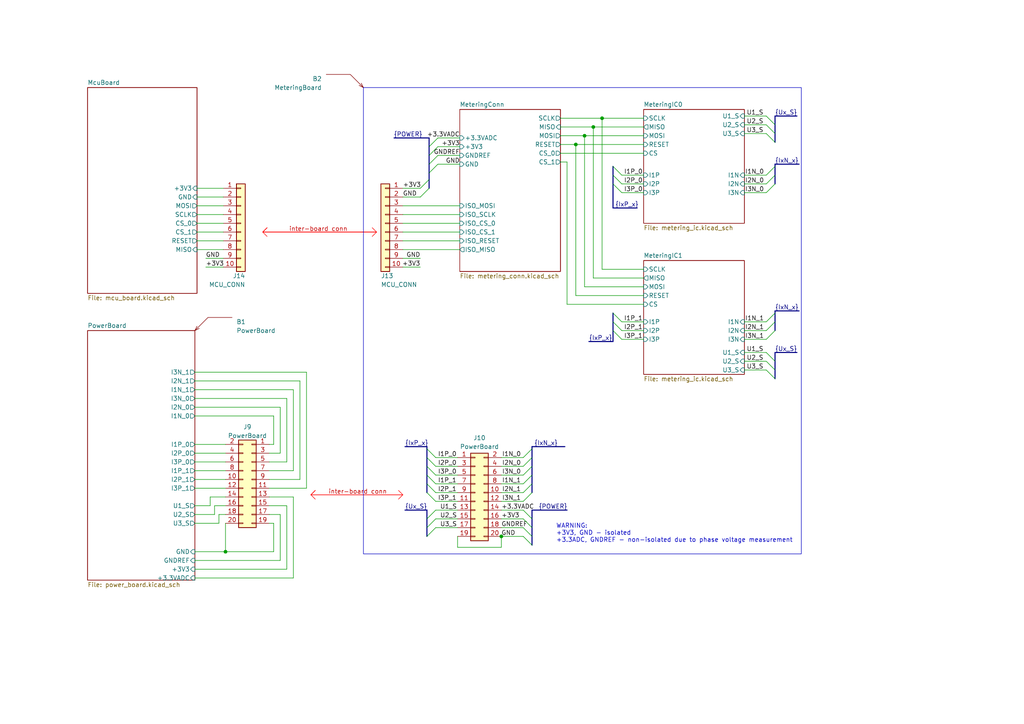
<source format=kicad_sch>
(kicad_sch (version 20230121) (generator eeschema)
  (paper "A4")
  (title_block (rev "${REVISION}"))
  (lib_symbols
    (symbol "Connector_Generic:Conn_01x10" (pin_names (offset 1.016) hide)
      (property "Reference" "J" (at 0 12.7 0))
      (property "Value" "Conn_01x10" (at 0 -15.24 0))
      (symbol "Conn_01x10_1_1"
        (rectangle (start -1.27 -12.573) (end 0 -12.827) (stroke (width 0.1524)))
        (rectangle (start -1.27 -10.033) (end 0 -10.287) (stroke (width 0.1524)))
        (rectangle (start -1.27 -7.493) (end 0 -7.747) (stroke (width 0.1524)))
        (rectangle (start -1.27 -4.953) (end 0 -5.207) (stroke (width 0.1524)))
        (rectangle (start -1.27 -2.413) (end 0 -2.667) (stroke (width 0.1524)))
        (rectangle (start -1.27 0.127) (end 0 -0.127) (stroke (width 0.1524)))
        (rectangle (start -1.27 2.667) (end 0 2.413) (stroke (width 0.1524)))
        (rectangle (start -1.27 5.207) (end 0 4.953) (stroke (width 0.1524)))
        (rectangle (start -1.27 7.747) (end 0 7.493) (stroke (width 0.1524)))
        (rectangle (start -1.27 10.287) (end 0 10.033) (stroke (width 0.1524)))
        (rectangle (start -1.27 11.43) (end 1.27 -13.97) (stroke (width 0.254)) (fill (type background)))
        (pin passive line (at -5.08 10.16 0) (length 3.81) (name "Pin_1") (number "1"))
        (pin passive line (at -5.08 -12.7 0) (length 3.81) (name "Pin_10") (number "10"))
        (pin passive line (at -5.08 7.62 0) (length 3.81) (name "Pin_2") (number "2"))
        (pin passive line (at -5.08 5.08 0) (length 3.81) (name "Pin_3") (number "3"))
        (pin passive line (at -5.08 2.54 0) (length 3.81) (name "Pin_4") (number "4"))
        (pin passive line (at -5.08 0 0) (length 3.81) (name "Pin_5") (number "5"))
        (pin passive line (at -5.08 -2.54 0) (length 3.81) (name "Pin_6") (number "6"))
        (pin passive line (at -5.08 -5.08 0) (length 3.81) (name "Pin_7") (number "7"))
        (pin passive line (at -5.08 -7.62 0) (length 3.81) (name "Pin_8") (number "8"))
        (pin passive line (at -5.08 -10.16 0) (length 3.81) (name "Pin_9") (number "9"))
      )
    )
    (symbol "Connector_Generic:Conn_02x10_Odd_Even" (pin_names (offset 1.016) hide)
      (property "Reference" "J" (at 1.27 12.7 0))
      (property "Value" "Conn_02x10_Odd_Even" (at 1.27 -15.24 0))
      (symbol "Conn_02x10_Odd_Even_1_1"
        (rectangle (start -1.27 -12.573) (end 0 -12.827) (stroke (width 0.1524)))
        (rectangle (start -1.27 -10.033) (end 0 -10.287) (stroke (width 0.1524)))
        (rectangle (start -1.27 -7.493) (end 0 -7.747) (stroke (width 0.1524)))
        (rectangle (start -1.27 -4.953) (end 0 -5.207) (stroke (width 0.1524)))
        (rectangle (start -1.27 -2.413) (end 0 -2.667) (stroke (width 0.1524)))
        (rectangle (start -1.27 0.127) (end 0 -0.127) (stroke (width 0.1524)))
        (rectangle (start -1.27 2.667) (end 0 2.413) (stroke (width 0.1524)))
        (rectangle (start -1.27 5.207) (end 0 4.953) (stroke (width 0.1524)))
        (rectangle (start -1.27 7.747) (end 0 7.493) (stroke (width 0.1524)))
        (rectangle (start -1.27 10.287) (end 0 10.033) (stroke (width 0.1524)))
        (rectangle (start -1.27 11.43) (end 3.81 -13.97) (stroke (width 0.254)) (fill (type background)))
        (rectangle (start 3.81 -12.573) (end 2.54 -12.827) (stroke (width 0.1524)))
        (rectangle (start 3.81 -10.033) (end 2.54 -10.287) (stroke (width 0.1524)))
        (rectangle (start 3.81 -7.493) (end 2.54 -7.747) (stroke (width 0.1524)))
        (rectangle (start 3.81 -4.953) (end 2.54 -5.207) (stroke (width 0.1524)))
        (rectangle (start 3.81 -2.413) (end 2.54 -2.667) (stroke (width 0.1524)))
        (rectangle (start 3.81 0.127) (end 2.54 -0.127) (stroke (width 0.1524)))
        (rectangle (start 3.81 2.667) (end 2.54 2.413) (stroke (width 0.1524)))
        (rectangle (start 3.81 5.207) (end 2.54 4.953) (stroke (width 0.1524)))
        (rectangle (start 3.81 7.747) (end 2.54 7.493) (stroke (width 0.1524)))
        (rectangle (start 3.81 10.287) (end 2.54 10.033) (stroke (width 0.1524)))
        (pin passive line (at -5.08 10.16 0) (length 3.81) (name "Pin_1") (number "1"))
        (pin passive line (at 7.62 0 180) (length 3.81) (name "Pin_10") (number "10"))
        (pin passive line (at -5.08 -2.54 0) (length 3.81) (name "Pin_11") (number "11"))
        (pin passive line (at 7.62 -2.54 180) (length 3.81) (name "Pin_12") (number "12"))
        (pin passive line (at -5.08 -5.08 0) (length 3.81) (name "Pin_13") (number "13"))
        (pin passive line (at 7.62 -5.08 180) (length 3.81) (name "Pin_14") (number "14"))
        (pin passive line (at -5.08 -7.62 0) (length 3.81) (name "Pin_15") (number "15"))
        (pin passive line (at 7.62 -7.62 180) (length 3.81) (name "Pin_16") (number "16"))
        (pin passive line (at -5.08 -10.16 0) (length 3.81) (name "Pin_17") (number "17"))
        (pin passive line (at 7.62 -10.16 180) (length 3.81) (name "Pin_18") (number "18"))
        (pin passive line (at -5.08 -12.7 0) (length 3.81) (name "Pin_19") (number "19"))
        (pin passive line (at 7.62 10.16 180) (length 3.81) (name "Pin_2") (number "2"))
        (pin passive line (at 7.62 -12.7 180) (length 3.81) (name "Pin_20") (number "20"))
        (pin passive line (at -5.08 7.62 0) (length 3.81) (name "Pin_3") (number "3"))
        (pin passive line (at 7.62 7.62 180) (length 3.81) (name "Pin_4") (number "4"))
        (pin passive line (at -5.08 5.08 0) (length 3.81) (name "Pin_5") (number "5"))
        (pin passive line (at 7.62 5.08 180) (length 3.81) (name "Pin_6") (number "6"))
        (pin passive line (at -5.08 2.54 0) (length 3.81) (name "Pin_7") (number "7"))
        (pin passive line (at 7.62 2.54 180) (length 3.81) (name "Pin_8") (number "8"))
        (pin passive line (at -5.08 0 0) (length 3.81) (name "Pin_9") (number "9"))
      )
    )
    (symbol "PCM_kikit:Board" (in_bom no)
      (property "Reference" "B" (at 5.08 5.08 0))
      (property "Value" "Board" (at 5.08 2.54 0))
      (symbol "Board_0_1"
        (polyline (pts (xy 0 0) (xy 3.81 3.81) (xy 10.795 3.81)) (stroke (width 0.1524)))
        (polyline (pts (xy 0.635 1.27) (xy 0 0) (xy 1.27 0.635)) (stroke (width 0.1524)))
      )
    )
  )
  (bus_alias "IxP_x" (members "I1P_0" "I2P_0" "I3P_0" "I1P_1" "I2P_1" "I3P_1"))
  (bus_alias "IxN_x" (members "I1N_0" "I2N_0" "I3N_0" "I1N_1" "I2N_1" "I3N_1" ""))
  (bus_alias "Ux_S" (members "U1_S" "U2_S" "U3_S"))
  (bus_alias "POWER" (members "+3V3" "+3.3VADC" "GND" "GNDREF"))
  (junction (at 65.405 160.02))
  (junction (at 174.625 34.29))
  (junction (at 145.415 155.575))
  (junction (at 172.085 36.83))
  (junction (at 167.005 41.91))
  (junction (at 169.545 39.37))
  (bus_entry (at 224.79 50.8) (size -2.54 2.54))
  (bus_entry (at 177.8 90.805) (size 2.54 2.54))
  (bus_entry (at 154.305 130.175) (size -2.54 2.54))
  (bus_entry (at 127 40.005) (size -2.54 2.54))
  (bus_entry (at 124.46 52.07) (size -2.54 2.54))
  (bus_entry (at 123.825 150.495) (size 2.54 -2.54))
  (bus_entry (at 123.825 140.335) (size 2.54 2.54))
  (bus_entry (at 154.305 135.255) (size -2.54 2.54))
  (bus_entry (at 177.8 50.8) (size 2.54 2.54))
  (bus_entry (at 177.8 53.34) (size 2.54 2.54))
  (bus_entry (at 222.25 104.775) (size 2.54 2.54))
  (bus_entry (at 151.765 153.035) (size 2.54 2.54))
  (bus_entry (at 123.825 155.575) (size 2.54 -2.54))
  (bus_entry (at 222.25 107.315) (size 2.54 2.54))
  (bus_entry (at 127 45.085) (size -2.54 2.54))
  (bus_entry (at 123.825 153.035) (size 2.54 -2.54))
  (bus_entry (at 177.8 93.345) (size 2.54 2.54))
  (bus_entry (at 224.79 93.345) (size -2.54 2.54))
  (bus_entry (at 154.305 137.795) (size -2.54 2.54))
  (bus_entry (at 224.79 53.34) (size -2.54 2.54))
  (bus_entry (at 222.25 38.735) (size 2.54 2.54))
  (bus_entry (at 123.825 135.255) (size 2.54 2.54))
  (bus_entry (at 151.765 147.955) (size 2.54 2.54))
  (bus_entry (at 127 42.545) (size -2.54 2.54))
  (bus_entry (at 222.25 102.235) (size 2.54 2.54))
  (bus_entry (at 224.79 95.885) (size -2.54 2.54))
  (bus_entry (at 124.46 54.61) (size -2.54 2.54))
  (bus_entry (at 154.305 132.715) (size -2.54 2.54))
  (bus_entry (at 224.79 90.805) (size -2.54 2.54))
  (bus_entry (at 123.825 137.795) (size 2.54 2.54))
  (bus_entry (at 224.79 48.26) (size -2.54 2.54))
  (bus_entry (at 222.25 33.655) (size 2.54 2.54))
  (bus_entry (at 154.305 142.875) (size -2.54 2.54))
  (bus_entry (at 123.825 142.875) (size 2.54 2.54))
  (bus_entry (at 123.825 132.715) (size 2.54 2.54))
  (bus_entry (at 123.825 130.175) (size 2.54 2.54))
  (bus_entry (at 151.765 155.575) (size 2.54 2.54))
  (bus_entry (at 177.8 48.26) (size 2.54 2.54))
  (bus_entry (at 222.25 36.195) (size 2.54 2.54))
  (bus_entry (at 127 47.625) (size -2.54 2.54))
  (bus_entry (at 151.765 150.495) (size 2.54 2.54))
  (bus_entry (at 177.8 95.885) (size 2.54 2.54))
  (bus_entry (at 154.305 140.335) (size -2.54 2.54))
  (polyline (pts (xy 76.2 67.31) (xy 77.47 68.58)) (stroke (width 0) (color 255 0 0 1)))
  (bus (pts (xy 124.46 42.545) (xy 124.46 40.005)))
  (bus (pts (xy 123.825 153.035) (xy 123.825 155.575)))
  (wire (pts (xy 126.365 142.875) (xy 132.715 142.875)))
  (bus (pts (xy 154.305 155.575) (xy 154.305 158.115)))
  (wire (pts (xy 56.515 107.95) (xy 88.9 107.95)))
  (wire (pts (xy 56.515 118.11) (xy 81.28 118.11)))
  (wire (pts (xy 56.515 162.56) (xy 81.28 162.56)))
  (wire (pts (xy 164.465 46.99) (xy 162.56 46.99)))
  (wire (pts (xy 215.9 36.195) (xy 222.25 36.195)))
  (wire (pts (xy 57.15 62.23) (xy 64.77 62.23)))
  (wire (pts (xy 126.365 153.035) (xy 132.715 153.035)))
  (wire (pts (xy 57.15 64.77) (xy 64.77 64.77)))
  (wire (pts (xy 56.515 151.765) (xy 63.5 151.765)))
  (wire (pts (xy 145.415 150.495) (xy 151.765 150.495)))
  (bus (pts (xy 123.825 132.715) (xy 123.825 135.255)))
  (wire (pts (xy 186.69 78.105) (xy 174.625 78.105)))
  (wire (pts (xy 57.15 57.15) (xy 64.77 57.15)))
  (wire (pts (xy 151.765 140.335) (xy 145.415 140.335)))
  (wire (pts (xy 151.765 142.875) (xy 145.415 142.875)))
  (bus (pts (xy 224.79 50.8) (xy 224.79 53.34)))
  (wire (pts (xy 126.365 135.255) (xy 132.715 135.255)))
  (wire (pts (xy 215.9 38.735) (xy 222.25 38.735)))
  (bus (pts (xy 123.825 140.335) (xy 123.825 142.875)))
  (bus (pts (xy 124.46 52.07) (xy 124.46 54.61)))
  (wire (pts (xy 126.365 145.415) (xy 132.715 145.415)))
  (bus (pts (xy 224.79 38.735) (xy 224.79 41.275)))
  (wire (pts (xy 116.84 64.77) (xy 133.35 64.77)))
  (wire (pts (xy 56.515 149.225) (xy 62.23 149.225)))
  (wire (pts (xy 56.515 139.065) (xy 65.405 139.065)))
  (wire (pts (xy 81.28 118.11) (xy 81.28 131.445)))
  (bus (pts (xy 224.79 93.345) (xy 224.79 95.885)))
  (wire (pts (xy 151.765 137.795) (xy 145.415 137.795)))
  (wire (pts (xy 57.15 72.39) (xy 64.77 72.39)))
  (polyline (pts (xy 115.57 142.24) (xy 116.84 143.51)) (stroke (width 0) (color 255 0 0 1)))
  (wire (pts (xy 57.15 59.69) (xy 64.77 59.69)))
  (wire (pts (xy 222.25 98.425) (xy 215.9 98.425)))
  (wire (pts (xy 116.84 57.15) (xy 121.92 57.15)))
  (wire (pts (xy 79.375 160.02) (xy 79.375 151.765)))
  (bus (pts (xy 154.305 150.495) (xy 154.305 153.035)))
  (wire (pts (xy 62.23 149.225) (xy 62.23 146.685)))
  (wire (pts (xy 180.34 93.345) (xy 186.69 93.345)))
  (wire (pts (xy 116.84 69.85) (xy 133.35 69.85)))
  (polyline (pts (xy 115.57 144.78) (xy 116.84 143.51)) (stroke (width 0) (color 255 0 0 1)))
  (wire (pts (xy 222.25 55.88) (xy 215.9 55.88)))
  (wire (pts (xy 164.465 88.265) (xy 164.465 46.99)))
  (wire (pts (xy 126.365 150.495) (xy 132.715 150.495)))
  (wire (pts (xy 56.515 128.905) (xy 65.405 128.905)))
  (bus (pts (xy 224.79 107.315) (xy 224.79 109.855)))
  (wire (pts (xy 56.515 133.985) (xy 65.405 133.985)))
  (wire (pts (xy 56.515 110.49) (xy 86.995 110.49)))
  (polyline (pts (xy 90.17 143.51) (xy 116.84 143.51)) (stroke (width 0) (color 255 0 0 1)))
  (wire (pts (xy 116.84 62.23) (xy 133.35 62.23)))
  (wire (pts (xy 81.28 162.56) (xy 81.28 149.225)))
  (wire (pts (xy 222.25 53.34) (xy 215.9 53.34)))
  (wire (pts (xy 56.515 131.445) (xy 65.405 131.445)))
  (wire (pts (xy 79.375 128.905) (xy 78.105 128.905)))
  (wire (pts (xy 56.515 167.64) (xy 85.09 167.64)))
  (bus (pts (xy 123.825 137.795) (xy 123.825 140.335)))
  (bus (pts (xy 224.79 90.17) (xy 231.775 90.17)))
  (bus (pts (xy 224.79 47.625) (xy 224.79 48.26)))
  (wire (pts (xy 56.515 113.03) (xy 85.09 113.03)))
  (wire (pts (xy 81.28 131.445) (xy 78.105 131.445)))
  (bus (pts (xy 177.8 53.34) (xy 177.8 60.325)))
  (bus (pts (xy 154.305 147.955) (xy 164.465 147.955)))
  (bus (pts (xy 224.79 48.26) (xy 224.79 50.8)))
  (wire (pts (xy 116.84 67.31) (xy 133.35 67.31)))
  (bus (pts (xy 224.79 90.805) (xy 224.79 93.345)))
  (wire (pts (xy 85.09 144.145) (xy 78.105 144.145)))
  (wire (pts (xy 167.005 41.91) (xy 186.69 41.91)))
  (wire (pts (xy 172.085 80.645) (xy 172.085 36.83)))
  (wire (pts (xy 145.415 155.575) (xy 151.765 155.575)))
  (wire (pts (xy 172.085 80.645) (xy 186.69 80.645)))
  (wire (pts (xy 116.84 59.69) (xy 133.35 59.69)))
  (wire (pts (xy 56.515 136.525) (xy 65.405 136.525)))
  (wire (pts (xy 151.765 132.715) (xy 145.415 132.715)))
  (bus (pts (xy 177.8 60.325) (xy 184.785 60.325)))
  (wire (pts (xy 180.34 55.88) (xy 186.69 55.88)))
  (wire (pts (xy 56.515 165.1) (xy 83.185 165.1)))
  (wire (pts (xy 86.995 139.065) (xy 78.105 139.065)))
  (wire (pts (xy 83.185 133.985) (xy 78.105 133.985)))
  (wire (pts (xy 172.085 36.83) (xy 186.69 36.83)))
  (wire (pts (xy 56.515 160.02) (xy 65.405 160.02)))
  (wire (pts (xy 222.25 93.345) (xy 215.9 93.345)))
  (wire (pts (xy 162.56 36.83) (xy 172.085 36.83)))
  (bus (pts (xy 123.825 135.255) (xy 123.825 137.795)))
  (bus (pts (xy 117.475 129.54) (xy 123.825 129.54)))
  (bus (pts (xy 154.305 130.175) (xy 154.305 132.715)))
  (bus (pts (xy 177.8 48.26) (xy 177.8 50.8)))
  (wire (pts (xy 215.9 107.315) (xy 222.25 107.315)))
  (bus (pts (xy 224.79 47.625) (xy 231.775 47.625)))
  (wire (pts (xy 167.005 85.725) (xy 167.005 41.91)))
  (wire (pts (xy 169.545 39.37) (xy 186.69 39.37)))
  (bus (pts (xy 154.305 129.54) (xy 163.83 129.54)))
  (bus (pts (xy 154.305 132.715) (xy 154.305 135.255)))
  (bus (pts (xy 224.79 33.655) (xy 231.14 33.655)))
  (bus (pts (xy 177.8 50.8) (xy 177.8 53.34)))
  (bus (pts (xy 224.79 33.655) (xy 224.79 36.195)))
  (wire (pts (xy 83.185 146.685) (xy 78.105 146.685)))
  (wire (pts (xy 126.365 132.715) (xy 132.715 132.715)))
  (bus (pts (xy 224.79 102.235) (xy 224.79 104.775)))
  (bus (pts (xy 123.825 130.175) (xy 123.825 132.715)))
  (wire (pts (xy 180.34 98.425) (xy 186.69 98.425)))
  (wire (pts (xy 85.09 167.64) (xy 85.09 144.145)))
  (wire (pts (xy 88.9 107.95) (xy 88.9 141.605)))
  (polyline (pts (xy 76.2 67.31) (xy 77.47 66.04)) (stroke (width 0) (color 255 0 0 1)))
  (wire (pts (xy 56.515 120.65) (xy 79.375 120.65)))
  (wire (pts (xy 56.515 115.57) (xy 83.185 115.57)))
  (wire (pts (xy 63.5 151.765) (xy 63.5 149.225)))
  (wire (pts (xy 162.56 34.29) (xy 174.625 34.29)))
  (bus (pts (xy 224.79 102.235) (xy 231.14 102.235)))
  (polyline (pts (xy 90.17 143.51) (xy 91.44 144.78)) (stroke (width 0) (color 255 0 0 1)))
  (wire (pts (xy 116.84 74.93) (xy 121.92 74.93)))
  (wire (pts (xy 85.09 113.03) (xy 85.09 136.525)))
  (wire (pts (xy 145.415 147.955) (xy 151.765 147.955)))
  (wire (pts (xy 57.15 67.31) (xy 64.77 67.31)))
  (wire (pts (xy 56.515 141.605) (xy 65.405 141.605)))
  (wire (pts (xy 116.84 72.39) (xy 133.35 72.39)))
  (bus (pts (xy 224.79 90.805) (xy 224.79 90.17)))
  (bus (pts (xy 154.305 150.495) (xy 154.305 147.955)))
  (wire (pts (xy 222.25 95.885) (xy 215.9 95.885)))
  (wire (pts (xy 180.34 95.885) (xy 186.69 95.885)))
  (wire (pts (xy 60.96 146.685) (xy 60.96 144.145)))
  (bus (pts (xy 224.79 104.775) (xy 224.79 107.315)))
  (polyline (pts (xy 76.2 67.31) (xy 109.22 67.31)) (stroke (width 0) (color 255 0 0 1)))
  (wire (pts (xy 57.15 69.85) (xy 64.77 69.85)))
  (wire (pts (xy 174.625 34.29) (xy 186.69 34.29)))
  (bus (pts (xy 177.8 93.345) (xy 177.8 95.885)))
  (polyline (pts (xy 90.17 143.51) (xy 91.44 142.24)) (stroke (width 0) (color 255 0 0 1)))
  (wire (pts (xy 59.69 77.47) (xy 64.77 77.47)))
  (bus (pts (xy 154.305 153.035) (xy 154.305 155.575)))
  (wire (pts (xy 126.365 147.955) (xy 132.715 147.955)))
  (polyline (pts (xy 107.95 66.04) (xy 109.22 67.31)) (stroke (width 0) (color 255 0 0 1)))
  (wire (pts (xy 133.35 40.005) (xy 127 40.005)))
  (bus (pts (xy 123.825 129.54) (xy 123.825 130.175)))
  (bus (pts (xy 177.8 95.885) (xy 177.8 99.06)))
  (polyline (pts (xy 76.2 67.31) (xy 109.22 67.31)) (stroke (width 0) (color 255 0 0 1)))
  (bus (pts (xy 177.8 90.805) (xy 177.8 93.345)))
  (bus (pts (xy 224.79 36.195) (xy 224.79 38.735)))
  (wire (pts (xy 63.5 149.225) (xy 65.405 149.225)))
  (wire (pts (xy 65.405 160.02) (xy 79.375 160.02)))
  (wire (pts (xy 60.96 144.145) (xy 65.405 144.145)))
  (bus (pts (xy 123.825 147.955) (xy 123.825 150.495)))
  (bus (pts (xy 114.3 40.005) (xy 124.46 40.005)))
  (wire (pts (xy 186.69 85.725) (xy 167.005 85.725)))
  (bus (pts (xy 154.305 129.54) (xy 154.305 130.175)))
  (polyline (pts (xy 77.47 66.04) (xy 76.2 67.31)) (stroke (width 0) (color 255 0 0 1)))
  (wire (pts (xy 133.35 45.085) (xy 127 45.085)))
  (wire (pts (xy 126.365 137.795) (xy 132.715 137.795)))
  (wire (pts (xy 62.23 146.685) (xy 65.405 146.685)))
  (wire (pts (xy 186.69 83.185) (xy 169.545 83.185)))
  (wire (pts (xy 162.56 39.37) (xy 169.545 39.37)))
  (wire (pts (xy 59.69 74.93) (xy 64.77 74.93)))
  (polyline (pts (xy 107.95 68.58) (xy 109.22 67.31)) (stroke (width 0) (color 255 0 0 1)))
  (bus (pts (xy 123.825 150.495) (xy 123.825 153.035)))
  (wire (pts (xy 86.995 110.49) (xy 86.995 139.065)))
  (wire (pts (xy 133.35 47.625) (xy 127 47.625)))
  (wire (pts (xy 116.84 54.61) (xy 121.92 54.61)))
  (bus (pts (xy 124.46 47.625) (xy 124.46 50.165)))
  (wire (pts (xy 65.405 151.765) (xy 65.405 160.02)))
  (wire (pts (xy 126.365 140.335) (xy 132.715 140.335)))
  (bus (pts (xy 154.305 135.255) (xy 154.305 137.795)))
  (wire (pts (xy 133.35 42.545) (xy 127 42.545)))
  (wire (pts (xy 132.715 155.575) (xy 132.715 158.75)))
  (wire (pts (xy 215.9 104.775) (xy 222.25 104.775)))
  (wire (pts (xy 151.765 135.255) (xy 145.415 135.255)))
  (wire (pts (xy 85.09 136.525) (xy 78.105 136.525)))
  (wire (pts (xy 180.34 53.34) (xy 186.69 53.34)))
  (wire (pts (xy 186.69 88.265) (xy 164.465 88.265)))
  (polyline (pts (xy 90.17 143.51) (xy 116.84 143.51)) (stroke (width 0) (color 255 0 0 1)))
  (wire (pts (xy 79.375 151.765) (xy 78.105 151.765)))
  (wire (pts (xy 57.15 54.61) (xy 64.77 54.61)))
  (wire (pts (xy 162.56 44.45) (xy 186.69 44.45)))
  (wire (pts (xy 56.515 146.685) (xy 60.96 146.685)))
  (bus (pts (xy 124.46 50.165) (xy 124.46 52.07)))
  (wire (pts (xy 83.185 115.57) (xy 83.185 133.985)))
  (wire (pts (xy 132.715 158.75) (xy 145.415 158.75)))
  (wire (pts (xy 215.9 102.235) (xy 222.25 102.235)))
  (bus (pts (xy 154.305 140.335) (xy 154.305 142.875)))
  (bus (pts (xy 117.475 147.955) (xy 123.825 147.955)))
  (wire (pts (xy 88.9 141.605) (xy 78.105 141.605)))
  (wire (pts (xy 174.625 78.105) (xy 174.625 34.29)))
  (polyline (pts (xy 91.44 142.24) (xy 90.17 143.51)) (stroke (width 0) (color 255 0 0 1)))
  (wire (pts (xy 145.415 158.75) (xy 145.415 155.575)))
  (wire (pts (xy 81.28 149.225) (xy 78.105 149.225)))
  (wire (pts (xy 222.25 50.8) (xy 215.9 50.8)))
  (bus (pts (xy 170.815 99.06) (xy 177.8 99.06)))
  (bus (pts (xy 154.305 137.795) (xy 154.305 140.335)))
  (wire (pts (xy 83.185 165.1) (xy 83.185 146.685)))
  (bus (pts (xy 124.46 45.085) (xy 124.46 47.625)))
  (wire (pts (xy 180.34 50.8) (xy 186.69 50.8)))
  (wire (pts (xy 169.545 83.185) (xy 169.545 39.37)))
  (bus (pts (xy 124.46 42.545) (xy 124.46 45.085)))
  (wire (pts (xy 79.375 120.65) (xy 79.375 128.905)))
  (wire (pts (xy 116.84 77.47) (xy 121.92 77.47)))
  (wire (pts (xy 151.765 145.415) (xy 145.415 145.415)))
  (wire (pts (xy 162.56 41.91) (xy 167.005 41.91)))
  (wire (pts (xy 145.415 153.035) (xy 151.765 153.035)))
  (wire (pts (xy 215.9 33.655) (xy 222.25 33.655)))
  (rectangle (start 105.41 25.4) (end 232.41 160.655))
  (text "WARNING: \n+3V3, GND - isolated\n+3.3ADC, GNDREF - non-isolated due to phase voltage measurement" (at 161.29 157.48 0) (effects (font (size 1.27 1.27)) (justify left bottom)))
  (text "inter-board conn" (at 95.25 143.51 0) (effects (font (size 1.27 1.27)) (justify left bottom)))
  (text "inter-board conn" (at 83.82 67.31 0) (effects (font (size 1.27 1.27)) (justify left bottom)))
  (label "I1P_1" (at 180.975 93.345 0))
  (label "I3P_0" (at 127 137.795 0))
  (label "+3.3VADC" (at 133.35 40.005 180))
  (label "{Ux_S}" (at 224.79 102.235 0))
  (label "{POWER}" (at 156.21 147.955 0))
  (label "{IxN_x}" (at 224.79 90.17 0))
  (label "I1P_1" (at 127 140.335 0))
  (label "{IxP_x}" (at 178.435 60.325 0))
  (label "+3V3" (at 133.35 42.545 180))
  (label "GNDREF" (at 145.415 153.035 0))
  (label "I3N_1" (at 151.13 145.415 180))
  (label "{IxN_x}" (at 154.94 129.54 0))
  (label "GND" (at 59.69 74.93 0))
  (label "U1_S" (at 127.635 147.955 0))
  (label "I1N_0" (at 221.615 50.8 180))
  (label "U1_S" (at 216.535 102.235 0))
  (label "I1N_1" (at 151.13 140.335 180))
  (label "I1N_0" (at 151.13 132.715 180))
  (label "I3P_1" (at 180.975 98.425 0))
  (label "GND" (at 116.84 57.15 0))
  (label "U3_S" (at 216.535 107.315 0))
  (label "GND" (at 133.35 47.625 180))
  (label "I1P_0" (at 180.975 50.8 0))
  (label "U2_S" (at 216.535 104.775 0))
  (label "{IxP_x}" (at 117.475 129.54 0))
  (label "U1_S" (at 216.535 33.655 0))
  (label "U3_S" (at 127.635 153.035 0))
  (label "I2N_1" (at 221.615 95.885 180))
  (label "{Ux_S}" (at 117.475 147.955 0))
  (label "I2P_1" (at 127 142.875 0))
  (label "I1P_0" (at 127 132.715 0))
  (label "I2P_0" (at 180.975 53.34 0))
  (label "{IxP_x}" (at 170.815 99.06 0))
  (label "{IxN_x}" (at 224.79 47.625 0))
  (label "{Ux_S}" (at 224.79 33.655 0))
  (label "I2N_0" (at 151.13 135.255 180))
  (label "+3V3" (at 59.69 77.47 0))
  (label "+3V3" (at 145.415 150.495 0))
  (label "I1N_1" (at 221.615 93.345 180))
  (label "+3V3" (at 116.84 54.61 0))
  (label "I3P_0" (at 180.975 55.88 0))
  (label "{POWER}" (at 122.555 40.005 180))
  (label "U2_S" (at 216.535 36.195 0))
  (label "GND" (at 121.92 74.93 180))
  (label "+3.3VADC" (at 145.415 147.955 0))
  (label "I2N_0" (at 221.615 53.34 180))
  (label "I3N_1" (at 221.615 98.425 180))
  (label "I3N_0" (at 221.615 55.88 180))
  (label "I2P_0" (at 127 135.255 0))
  (label "I2N_1" (at 151.13 142.875 180))
  (label "I3P_1" (at 127 145.415 0))
  (label "I2P_1" (at 180.975 95.885 0))
  (label "+3V3" (at 121.92 77.47 180))
  (label "GNDREF" (at 133.35 45.085 180))
  (label "U3_S" (at 216.535 38.735 0))
  (label "U2_S" (at 127.635 150.495 0))
  (label "GND" (at 145.415 155.575 0))
  (label "I3N_0" (at 151.13 137.795 180))
  (symbol (lib_id "Connector_Generic:Conn_02x10_Odd_Even") (at 137.795 142.875 0) (unit 1)
    (property "Reference" "J10" (at 139.065 127 0))
    (property "Value" "PowerBoard" (at 139.065 129.54 0))
    (property "Footprint" "Connector_PinHeader_2.54mm:PinHeader_2x10_P2.54mm_Vertical" (effects hide))
  )
  (symbol (lib_id "Connector_Generic:Conn_01x10") (at 111.76 64.77 0) (mirror y) (unit 1)
    (property "Reference" "J13" (at 110.49 80.01 0) (effects (justify right)))
    (property "Value" "MCU_CONN" (at 110.49 82.55 0) (effects (justify right)))
    (property "Footprint" "Connector_PinHeader_2.54mm:PinHeader_1x10_P2.54mm_Vertical" (effects hide))
  )
  (symbol (lib_id "PCM_kikit:Board") (at 56.515 95.885 0) (unit 1) (in_bom no)
    (property "Reference" "B1" (at 68.58 93.345 0) (effects (justify left)))
    (property "Value" "PowerBoard" (at 68.58 95.885 0) (effects (justify left)))
    (property "Footprint" "PCM_kikit:Board" (effects hide))
  )
  (symbol (lib_id "Connector_Generic:Conn_02x10_Odd_Even") (at 73.025 139.065 0) (mirror y) (unit 1)
    (property "Reference" "J9" (at 71.755 123.825 0))
    (property "Value" "PowerBoard" (at 71.755 126.365 0))
    (property "Footprint" "Connector_PinHeader_2.54mm:PinHeader_2x10_P2.54mm_Vertical" (effects hide))
  )
  (symbol (lib_id "PCM_kikit:Board") (at 105.41 25.4 0) (mirror y) (unit 1) (in_bom no)
    (property "Reference" "B2" (at 93.345 22.86 0) (effects (justify left)))
    (property "Value" "MeteringBoard" (at 93.345 25.4 0) (effects (justify left)))
    (property "Footprint" "PCM_kikit:Board" (effects hide))
  )
  (symbol (lib_id "Connector_Generic:Conn_01x10") (at 69.85 64.77 0) (unit 1)
    (property "Reference" "J14" (at 71.12 80.01 0) (effects (justify right)))
    (property "Value" "MCU_CONN" (at 71.12 82.55 0) (effects (justify right)))
    (property "Footprint" "Connector_PinHeader_2.54mm:PinHeader_1x10_P2.54mm_Vertical" (effects hide))
  )
  (sheet (at 25.4 25.4) (size 31.75 59.69) (stroke (width 0.1524))
    (property "Sheetname" "McuBoard" (at 25.4 24.6884 0) (effects (justify left bottom)))
    (property "Sheetfile" "mcu_board.kicad_sch" (at 25.4 85.6746 0) (effects (justify left top)))
    (pin "+3V3" input (at 57.15 54.61 0))
    (pin "MOSI" output (at 57.15 59.69 0))
    (pin "MISO" input (at 57.15 72.39 0))
    (pin "SCLK" output (at 57.15 62.23 0))
    (pin "GND" input (at 57.15 57.15 0))
    (pin "CS_0" output (at 57.15 64.77 0))
    (pin "CS_1" output (at 57.15 67.31 0))
    (pin "RESET" output (at 57.15 69.85 0))
  )
  (sheet (at 25.4 95.885) (size 31.115 72.39) (stroke (width 0.1524))
    (property "Sheetname" "PowerBoard" (at 25.4 95.1734 0) (effects (justify left bottom)))
    (property "Sheetfile" "power_board.kicad_sch" (at 25.4 168.8596 0) (effects (justify left top)))
    (pin "U3_S" output (at 56.515 151.765 0))
    (pin "U2_S" output (at 56.515 149.225 0))
    (pin "U1_S" output (at 56.515 146.685 0))
    (pin "I3N_0" output (at 56.515 115.57 0))
    (pin "I2N_0" output (at 56.515 118.11 0))
    (pin "I3P_0" output (at 56.515 133.985 0))
    (pin "I3P_1" output (at 56.515 141.605 0))
    (pin "I1N_1" output (at 56.515 113.03 0))
    (pin "I2P_1" output (at 56.515 139.065 0))
    (pin "I1P_1" output (at 56.515 136.525 0))
    (pin "I2N_1" output (at 56.515 110.49 0))
    (pin "I3N_1" output (at 56.515 107.95 0))
    (pin "I1N_0" output (at 56.515 120.65 0))
    (pin "I2P_0" output (at 56.515 131.445 0))
    (pin "I1P_0" output (at 56.515 128.905 0))
    (pin "GNDREF" input (at 56.515 162.56 0))
    (pin "+3V3" input (at 56.515 165.1 0))
    (pin "GND" input (at 56.515 160.02 0))
    (pin "+3.3VADC" input (at 56.515 167.64 0))
  )
  (sheet (at 186.69 75.565) (size 29.21 33.02) (stroke (width 0.1524))
    (property "Sheetname" "MeteringIC1" (at 186.69 74.8534 0) (effects (justify left bottom)))
    (property "Sheetfile" "metering_ic.kicad_sch" (at 186.69 109.1696 0) (effects (justify left top)))
    (property "IC" "1" (effects hide))
    (pin "SCLK" input (at 186.69 78.105 180))
    (pin "MISO" output (at 186.69 80.645 180))
    (pin "MOSI" input (at 186.69 83.185 180))
    (pin "U1_S" input (at 215.9 102.235 0))
    (pin "U3_S" input (at 215.9 107.315 0))
    (pin "U2_S" input (at 215.9 104.775 0))
    (pin "I3P" input (at 186.69 98.425 180))
    (pin "I3N" input (at 215.9 98.425 0))
    (pin "I1N" input (at 215.9 93.345 0))
    (pin "I1P" input (at 186.69 93.345 180))
    (pin "I2P" input (at 186.69 95.885 180))
    (pin "I2N" input (at 215.9 95.885 0))
    (pin "CS" input (at 186.69 88.265 180))
    (pin "RESET" input (at 186.69 85.725 180))
  )
  (sheet (at 186.69 31.75) (size 29.21 33.02) (stroke (width 0.1524))
    (property "Sheetname" "MeteringIC0" (at 186.69 31.0384 0) (effects (justify left bottom)))
    (property "Sheetfile" "metering_ic.kicad_sch" (at 186.69 65.3546 0) (effects (justify left top)))
    (property "IC" "0" (effects hide))
    (pin "SCLK" input (at 186.69 34.29 180))
    (pin "MISO" output (at 186.69 36.83 180))
    (pin "MOSI" input (at 186.69 39.37 180))
    (pin "U1_S" input (at 215.9 33.655 0))
    (pin "U2_S" input (at 215.9 36.195 0))
    (pin "U3_S" input (at 215.9 38.735 0))
    (pin "I3P" input (at 186.69 55.88 180))
    (pin "I3N" input (at 215.9 55.88 0))
    (pin "I1N" input (at 215.9 50.8 0))
    (pin "I1P" input (at 186.69 50.8 180))
    (pin "I2P" input (at 186.69 53.34 180))
    (pin "I2N" input (at 215.9 53.34 0))
    (pin "CS" input (at 186.69 44.45 180))
    (pin "RESET" input (at 186.69 41.91 180))
  )
  (sheet (at 133.35 31.75) (size 29.21 46.99) (stroke (width 0.1524))
    (property "Sheetname" "MeteringConn" (at 133.35 31.0384 0) (effects (justify left bottom)))
    (property "Sheetfile" "metering_conn.kicad_sch" (at 133.35 79.3246 0) (effects (justify left top)))
    (pin "SCLK" output (at 162.56 34.29 0))
    (pin "MISO" input (at 162.56 36.83 0))
    (pin "MOSI" output (at 162.56 39.37 0))
    (pin "CS_0" output (at 162.56 44.45 0))
    (pin "CS_1" output (at 162.56 46.99 0))
    (pin "+3V3" input (at 133.35 42.545 180))
    (pin "GND" input (at 133.35 47.625 180))
    (pin "GNDREF" input (at 133.35 45.085 180))
    (pin "+3.3VADC" input (at 133.35 40.005 180))
    (pin "RESET" output (at 162.56 41.91 0))
    (pin "ISO_MOSI" input (at 133.35 59.69 180))
    (pin "ISO_RESET" input (at 133.35 69.85 180))
    (pin "ISO_SCLK" input (at 133.35 62.23 180))
    (pin "ISO_CS_0" input (at 133.35 64.77 180))
    (pin "ISO_CS_1" input (at 133.35 67.31 180))
    (pin "ISO_MISO" output (at 133.35 72.39 180))
  )
)
</source>
